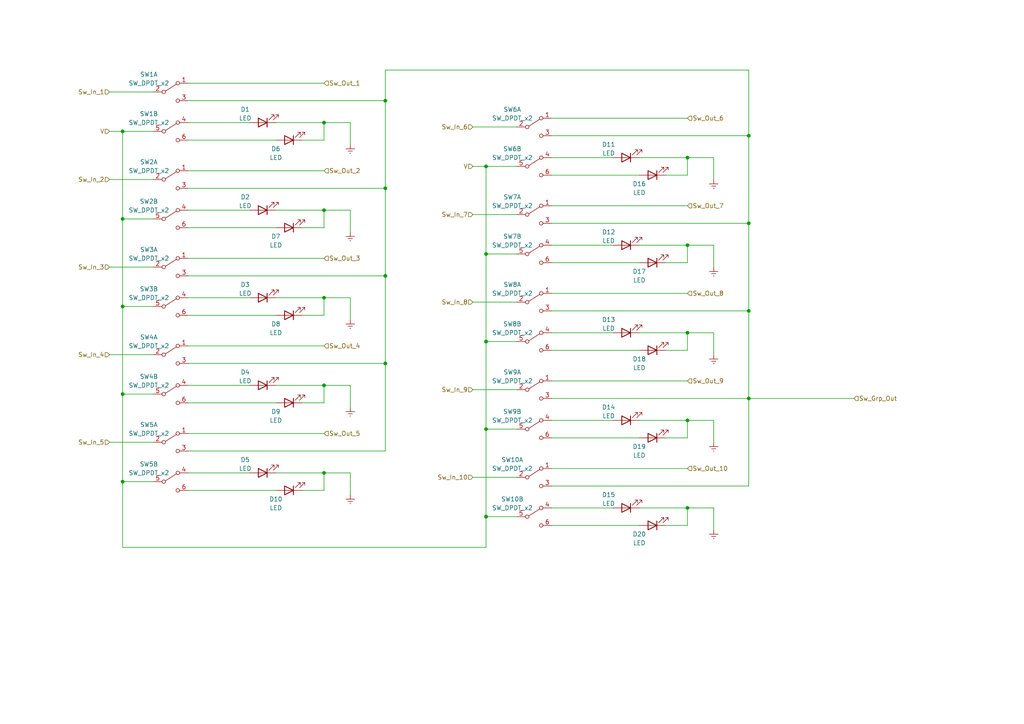
<source format=kicad_sch>
(kicad_sch (version 20211123) (generator eeschema)
  (paper "A4")
  (lib_symbols
    (symbol "Device:LED" (pin_numbers hide) (pin_names (offset 1.016) hide)
      (property "Reference" "D" (at 0 2.54 0))
      (property "Value" "LED" (at 0 -2.54 0))
      (symbol "LED_0_1"
        (polyline (pts (xy -1.27 -1.27) (xy -1.27 1.27)) (stroke (width 0.254)))
        (polyline (pts (xy -1.27 0) (xy 1.27 0)))
        (polyline (pts (xy 1.27 -1.27) (xy 1.27 1.27) (xy -1.27 0) (xy 1.27 -1.27)) (stroke (width 0.254)))
        (polyline (pts (xy -3.048 -0.762) (xy -4.572 -2.286) (xy -3.81 -2.286) (xy -4.572 -2.286) (xy -4.572 -1.524)))
        (polyline (pts (xy -1.778 -0.762) (xy -3.302 -2.286) (xy -2.54 -2.286) (xy -3.302 -2.286) (xy -3.302 -1.524)))
      )
      (symbol "LED_1_1"
        (pin passive line (at -3.81 0 0) (length 2.54) (name "K") (number "1"))
        (pin passive line (at 3.81 0 180) (length 2.54) (name "A") (number "2"))
      )
    )
    (symbol "Switch:SW_DPDT_x2" (pin_names (offset 0) hide)
      (property "Reference" "SW" (at 0 4.318 0))
      (property "Value" "SW_DPDT_x2" (at 0 -5.08 0))
      (symbol "SW_DPDT_x2_0_0"
        (circle (center -2.032 0) (radius 0.508))
        (circle (center 2.032 -2.54) (radius 0.508))
      )
      (symbol "SW_DPDT_x2_0_1"
        (polyline (pts (xy -1.524 0.254) (xy 1.651 2.286)))
        (circle (center 2.032 2.54) (radius 0.508))
      )
      (symbol "SW_DPDT_x2_1_1"
        (pin passive line (at 5.08 2.54 180) (length 2.54) (name "A") (number "1"))
        (pin passive line (at -5.08 0 0) (length 2.54) (name "B") (number "2"))
        (pin passive line (at 5.08 -2.54 180) (length 2.54) (name "C") (number "3"))
      )
      (symbol "SW_DPDT_x2_2_1"
        (pin passive line (at 5.08 2.54 180) (length 2.54) (name "A") (number "4"))
        (pin passive line (at -5.08 0 0) (length 2.54) (name "B") (number "5"))
        (pin passive line (at 5.08 -2.54 180) (length 2.54) (name "C") (number "6"))
      )
    )
    (symbol "power:Earth" (power) (pin_names (offset 0))
      (symbol "Earth_0_1"
        (polyline (pts (xy -0.635 -1.905) (xy 0.635 -1.905)))
        (polyline (pts (xy -0.127 -2.54) (xy 0.127 -2.54)))
        (polyline (pts (xy 0 -1.27) (xy 0 0)))
        (polyline (pts (xy 1.27 -1.27) (xy -1.27 -1.27)))
      )
      (symbol "Earth_1_1"
        (pin power_in line (at 0 0 270) (length 0) hide (name "Earth") (number "1"))
      )
    )
  )
  (junction (at 199.39 147.32))
  (junction (at 140.97 149.86))
  (junction (at 217.17 115.57))
  (junction (at 93.98 137.16))
  (junction (at 93.98 60.96))
  (junction (at 35.56 114.3))
  (junction (at 217.17 90.17))
  (junction (at 140.97 99.06))
  (junction (at 111.76 80.01))
  (junction (at 93.98 111.76))
  (junction (at 35.56 38.1))
  (junction (at 199.39 71.12))
  (junction (at 93.98 35.56))
  (junction (at 217.17 39.37))
  (junction (at 111.76 54.61))
  (junction (at 111.76 29.21))
  (junction (at 199.39 121.92))
  (junction (at 140.97 48.26))
  (junction (at 35.56 139.7))
  (junction (at 199.39 45.72))
  (junction (at 140.97 124.46))
  (junction (at 35.56 88.9))
  (junction (at 35.56 63.5))
  (junction (at 140.97 73.66))
  (junction (at 217.17 64.77))
  (junction (at 111.76 105.41))
  (junction (at 93.98 86.36))
  (junction (at 199.39 96.52))
  (wire (pts (xy 80.01 137.16) (xy 93.98 137.16)))
  (wire (pts (xy 31.75 128.27) (xy 44.45 128.27)))
  (wire (pts (xy 217.17 20.32) (xy 217.17 39.37)))
  (wire (pts (xy 93.98 86.36) (xy 93.98 91.44)))
  (wire (pts (xy 137.16 36.83) (xy 149.86 36.83)))
  (wire (pts (xy 160.02 59.69) (xy 199.39 59.69)))
  (wire (pts (xy 35.56 63.5) (xy 35.56 88.9)))
  (wire (pts (xy 160.02 71.12) (xy 177.8 71.12)))
  (wire (pts (xy 54.61 86.36) (xy 72.39 86.36)))
  (wire (pts (xy 111.76 54.61) (xy 111.76 80.01)))
  (wire (pts (xy 111.76 20.32) (xy 217.17 20.32)))
  (wire (pts (xy 199.39 76.2) (xy 193.04 76.2)))
  (wire (pts (xy 54.61 100.33) (xy 93.98 100.33)))
  (wire (pts (xy 160.02 152.4) (xy 185.42 152.4)))
  (wire (pts (xy 140.97 149.86) (xy 149.86 149.86)))
  (wire (pts (xy 54.61 91.44) (xy 80.01 91.44)))
  (wire (pts (xy 31.75 77.47) (xy 44.45 77.47)))
  (wire (pts (xy 207.01 147.32) (xy 207.01 153.67)))
  (wire (pts (xy 207.01 71.12) (xy 207.01 77.47)))
  (wire (pts (xy 160.02 147.32) (xy 177.8 147.32)))
  (wire (pts (xy 80.01 111.76) (xy 93.98 111.76)))
  (wire (pts (xy 54.61 40.64) (xy 80.01 40.64)))
  (wire (pts (xy 185.42 121.92) (xy 199.39 121.92)))
  (wire (pts (xy 199.39 50.8) (xy 193.04 50.8)))
  (wire (pts (xy 54.61 29.21) (xy 111.76 29.21)))
  (wire (pts (xy 199.39 96.52) (xy 199.39 101.6)))
  (wire (pts (xy 160.02 96.52) (xy 177.8 96.52)))
  (wire (pts (xy 101.6 111.76) (xy 101.6 118.11)))
  (wire (pts (xy 160.02 76.2) (xy 185.42 76.2)))
  (wire (pts (xy 140.97 48.26) (xy 149.86 48.26)))
  (wire (pts (xy 217.17 90.17) (xy 217.17 115.57)))
  (wire (pts (xy 54.61 125.73) (xy 93.98 125.73)))
  (wire (pts (xy 93.98 111.76) (xy 93.98 116.84)))
  (wire (pts (xy 31.75 52.07) (xy 44.45 52.07)))
  (wire (pts (xy 93.98 111.76) (xy 101.6 111.76)))
  (wire (pts (xy 31.75 38.1) (xy 35.56 38.1)))
  (wire (pts (xy 207.01 121.92) (xy 207.01 128.27)))
  (wire (pts (xy 199.39 45.72) (xy 207.01 45.72)))
  (wire (pts (xy 54.61 74.93) (xy 93.98 74.93)))
  (wire (pts (xy 199.39 45.72) (xy 199.39 50.8)))
  (wire (pts (xy 137.16 48.26) (xy 140.97 48.26)))
  (wire (pts (xy 101.6 137.16) (xy 101.6 143.51)))
  (wire (pts (xy 217.17 39.37) (xy 217.17 64.77)))
  (wire (pts (xy 160.02 39.37) (xy 217.17 39.37)))
  (wire (pts (xy 101.6 60.96) (xy 101.6 67.31)))
  (wire (pts (xy 160.02 101.6) (xy 185.42 101.6)))
  (wire (pts (xy 137.16 113.03) (xy 149.86 113.03)))
  (wire (pts (xy 35.56 88.9) (xy 35.56 114.3)))
  (wire (pts (xy 93.98 60.96) (xy 101.6 60.96)))
  (wire (pts (xy 199.39 96.52) (xy 207.01 96.52)))
  (wire (pts (xy 140.97 99.06) (xy 140.97 73.66)))
  (wire (pts (xy 160.02 85.09) (xy 199.39 85.09)))
  (wire (pts (xy 54.61 60.96) (xy 72.39 60.96)))
  (wire (pts (xy 217.17 115.57) (xy 217.17 140.97)))
  (wire (pts (xy 160.02 110.49) (xy 199.39 110.49)))
  (wire (pts (xy 137.16 87.63) (xy 149.86 87.63)))
  (wire (pts (xy 54.61 137.16) (xy 72.39 137.16)))
  (wire (pts (xy 199.39 101.6) (xy 193.04 101.6)))
  (wire (pts (xy 31.75 26.67) (xy 44.45 26.67)))
  (wire (pts (xy 54.61 80.01) (xy 111.76 80.01)))
  (wire (pts (xy 101.6 35.56) (xy 101.6 41.91)))
  (wire (pts (xy 199.39 71.12) (xy 199.39 76.2)))
  (wire (pts (xy 93.98 142.24) (xy 87.63 142.24)))
  (wire (pts (xy 111.76 20.32) (xy 111.76 29.21)))
  (wire (pts (xy 54.61 116.84) (xy 80.01 116.84)))
  (wire (pts (xy 54.61 130.81) (xy 111.76 130.81)))
  (wire (pts (xy 80.01 86.36) (xy 93.98 86.36)))
  (wire (pts (xy 54.61 142.24) (xy 80.01 142.24)))
  (wire (pts (xy 137.16 138.43) (xy 149.86 138.43)))
  (wire (pts (xy 93.98 35.56) (xy 93.98 40.64)))
  (wire (pts (xy 140.97 149.86) (xy 140.97 124.46)))
  (wire (pts (xy 93.98 116.84) (xy 87.63 116.84)))
  (wire (pts (xy 160.02 121.92) (xy 177.8 121.92)))
  (wire (pts (xy 160.02 127) (xy 185.42 127)))
  (wire (pts (xy 140.97 158.75) (xy 140.97 149.86)))
  (wire (pts (xy 140.97 73.66) (xy 140.97 48.26)))
  (wire (pts (xy 207.01 45.72) (xy 207.01 52.07)))
  (wire (pts (xy 111.76 105.41) (xy 111.76 130.81)))
  (wire (pts (xy 111.76 80.01) (xy 111.76 105.41)))
  (wire (pts (xy 54.61 111.76) (xy 72.39 111.76)))
  (wire (pts (xy 160.02 135.89) (xy 199.39 135.89)))
  (wire (pts (xy 207.01 96.52) (xy 207.01 102.87)))
  (wire (pts (xy 54.61 66.04) (xy 80.01 66.04)))
  (wire (pts (xy 199.39 152.4) (xy 193.04 152.4)))
  (wire (pts (xy 35.56 158.75) (xy 140.97 158.75)))
  (wire (pts (xy 93.98 35.56) (xy 101.6 35.56)))
  (wire (pts (xy 54.61 24.13) (xy 93.98 24.13)))
  (wire (pts (xy 80.01 60.96) (xy 93.98 60.96)))
  (wire (pts (xy 35.56 139.7) (xy 35.56 158.75)))
  (wire (pts (xy 31.75 102.87) (xy 44.45 102.87)))
  (wire (pts (xy 93.98 137.16) (xy 101.6 137.16)))
  (wire (pts (xy 160.02 64.77) (xy 217.17 64.77)))
  (wire (pts (xy 217.17 115.57) (xy 247.65 115.57)))
  (wire (pts (xy 160.02 115.57) (xy 217.17 115.57)))
  (wire (pts (xy 101.6 86.36) (xy 101.6 92.71)))
  (wire (pts (xy 35.56 38.1) (xy 44.45 38.1)))
  (wire (pts (xy 185.42 71.12) (xy 199.39 71.12)))
  (wire (pts (xy 54.61 54.61) (xy 111.76 54.61)))
  (wire (pts (xy 199.39 147.32) (xy 199.39 152.4)))
  (wire (pts (xy 93.98 60.96) (xy 93.98 66.04)))
  (wire (pts (xy 199.39 127) (xy 193.04 127)))
  (wire (pts (xy 35.56 114.3) (xy 35.56 139.7)))
  (wire (pts (xy 199.39 121.92) (xy 207.01 121.92)))
  (wire (pts (xy 35.56 38.1) (xy 35.56 63.5)))
  (wire (pts (xy 199.39 121.92) (xy 199.39 127)))
  (wire (pts (xy 160.02 90.17) (xy 217.17 90.17)))
  (wire (pts (xy 93.98 137.16) (xy 93.98 142.24)))
  (wire (pts (xy 35.56 63.5) (xy 44.45 63.5)))
  (wire (pts (xy 140.97 73.66) (xy 149.86 73.66)))
  (wire (pts (xy 185.42 45.72) (xy 199.39 45.72)))
  (wire (pts (xy 54.61 49.53) (xy 93.98 49.53)))
  (wire (pts (xy 140.97 99.06) (xy 149.86 99.06)))
  (wire (pts (xy 93.98 91.44) (xy 87.63 91.44)))
  (wire (pts (xy 217.17 64.77) (xy 217.17 90.17)))
  (wire (pts (xy 199.39 71.12) (xy 207.01 71.12)))
  (wire (pts (xy 111.76 29.21) (xy 111.76 54.61)))
  (wire (pts (xy 80.01 35.56) (xy 93.98 35.56)))
  (wire (pts (xy 160.02 50.8) (xy 185.42 50.8)))
  (wire (pts (xy 35.56 114.3) (xy 44.45 114.3)))
  (wire (pts (xy 160.02 34.29) (xy 199.39 34.29)))
  (wire (pts (xy 140.97 124.46) (xy 140.97 99.06)))
  (wire (pts (xy 140.97 124.46) (xy 149.86 124.46)))
  (wire (pts (xy 185.42 147.32) (xy 199.39 147.32)))
  (wire (pts (xy 54.61 105.41) (xy 111.76 105.41)))
  (wire (pts (xy 93.98 66.04) (xy 87.63 66.04)))
  (wire (pts (xy 160.02 140.97) (xy 217.17 140.97)))
  (wire (pts (xy 160.02 45.72) (xy 177.8 45.72)))
  (wire (pts (xy 93.98 40.64) (xy 87.63 40.64)))
  (wire (pts (xy 35.56 139.7) (xy 44.45 139.7)))
  (wire (pts (xy 35.56 88.9) (xy 44.45 88.9)))
  (wire (pts (xy 185.42 96.52) (xy 199.39 96.52)))
  (wire (pts (xy 93.98 86.36) (xy 101.6 86.36)))
  (wire (pts (xy 54.61 35.56) (xy 72.39 35.56)))
  (wire (pts (xy 199.39 147.32) (xy 207.01 147.32)))
  (wire (pts (xy 137.16 62.23) (xy 149.86 62.23)))
  (hierarchical_label "Sw_Out_2" (shape input) (at 93.98 49.53 0))
  (hierarchical_label "V" (shape input) (at 137.16 48.26 180))
  (hierarchical_label "Sw_Out_10" (shape input) (at 199.39 135.89 0))
  (hierarchical_label "Sw_In_2" (shape input) (at 31.75 52.07 180))
  (hierarchical_label "Sw_In_4" (shape input) (at 31.75 102.87 180))
  (hierarchical_label "Sw_In_5" (shape input) (at 31.75 128.27 180))
  (hierarchical_label "Sw_Out_7" (shape input) (at 199.39 59.69 0))
  (hierarchical_label "Sw_In_6" (shape input) (at 137.16 36.83 180))
  (hierarchical_label "Sw_Out_4" (shape input) (at 93.98 100.33 0))
  (hierarchical_label "Sw_Out_6" (shape input) (at 199.39 34.29 0))
  (hierarchical_label "Sw_Grp_Out" (shape input) (at 247.65 115.57 0))
  (hierarchical_label "Sw_Out_9" (shape input) (at 199.39 110.49 0))
  (hierarchical_label "Sw_In_1" (shape input) (at 31.75 26.67 180))
  (hierarchical_label "Sw_In_3" (shape input) (at 31.75 77.47 180))
  (hierarchical_label "V" (shape input) (at 31.75 38.1 180))
  (hierarchical_label "Sw_Out_8" (shape input) (at 199.39 85.09 0))
  (hierarchical_label "Sw_Out_3" (shape input) (at 93.98 74.93 0))
  (hierarchical_label "Sw_In_7" (shape input) (at 137.16 62.23 180))
  (hierarchical_label "Sw_In_8" (shape input) (at 137.16 87.63 180))
  (hierarchical_label "Sw_In_9" (shape input) (at 137.16 113.03 180))
  (hierarchical_label "Sw_Out_5" (shape input) (at 93.98 125.73 0))
  (hierarchical_label "Sw_In_10" (shape input) (at 137.16 138.43 180))
  (hierarchical_label "Sw_Out_1" (shape input) (at 93.98 24.13 0))
  (symbol (lib_id "Switch:SW_DPDT_x2") (at 154.94 48.26 0) (unit 2)
    (property "Reference" "SW6" (at 148.59 43.18 0))
    (property "Value" "SW_DPDT_x2" (at 148.59 45.72 0))
  )
  (symbol (lib_id "Switch:SW_DPDT_x2") (at 49.53 26.67 0) (unit 1)
    (property "Reference" "SW1" (at 43.18 21.59 0))
    (property "Value" "SW_DPDT_x2" (at 43.18 24.13 0))
  )
  (symbol (lib_id "Device:LED") (at 181.61 71.12 180) (unit 1)
    (property "Reference" "D12" (at 176.53 67.31 0))
    (property "Value" "LED" (at 176.53 69.85 0))
  )
  (symbol (lib_id "Switch:SW_DPDT_x2") (at 154.94 36.83 0) (unit 1)
    (property "Reference" "SW6" (at 148.59 31.75 0))
    (property "Value" "SW_DPDT_x2" (at 148.59 34.29 0))
  )
  (symbol (lib_id "Device:LED") (at 189.23 152.4 180) (unit 1)
    (property "Reference" "D20" (at 185.42 154.94 0))
    (property "Value" "LED" (at 185.42 157.48 0))
  )
  (symbol (lib_id "power:Earth") (at 101.6 41.91 0) (unit 1)
    (property "Reference" "#PWR01" (effects hide))
    (property "Value" "Earth" (effects hide))
  )
  (symbol (lib_id "Switch:SW_DPDT_x2") (at 154.94 113.03 0) (unit 1)
    (property "Reference" "SW9" (at 148.59 107.95 0))
    (property "Value" "SW_DPDT_x2" (at 148.59 110.49 0))
  )
  (symbol (lib_id "Device:LED") (at 189.23 127 180) (unit 1)
    (property "Reference" "D19" (at 185.42 129.54 0))
    (property "Value" "LED" (at 185.42 132.08 0))
  )
  (symbol (lib_id "Switch:SW_DPDT_x2") (at 49.53 77.47 0) (unit 1)
    (property "Reference" "SW3" (at 43.18 72.39 0))
    (property "Value" "SW_DPDT_x2" (at 43.18 74.93 0))
  )
  (symbol (lib_id "Device:LED") (at 83.82 116.84 180) (unit 1)
    (property "Reference" "D9" (at 80.01 119.38 0))
    (property "Value" "LED" (at 80.01 121.92 0))
  )
  (symbol (lib_id "Device:LED") (at 76.2 137.16 180) (unit 1)
    (property "Reference" "D5" (at 71.12 133.35 0))
    (property "Value" "LED" (at 71.12 135.89 0))
  )
  (symbol (lib_id "Switch:SW_DPDT_x2") (at 154.94 87.63 0) (unit 1)
    (property "Reference" "SW8" (at 148.59 82.55 0))
    (property "Value" "SW_DPDT_x2" (at 148.59 85.09 0))
  )
  (symbol (lib_id "Device:LED") (at 181.61 147.32 180) (unit 1)
    (property "Reference" "D15" (at 176.53 143.51 0))
    (property "Value" "LED" (at 176.53 146.05 0))
  )
  (symbol (lib_id "Device:LED") (at 76.2 86.36 180) (unit 1)
    (property "Reference" "D3" (at 71.12 82.55 0))
    (property "Value" "LED" (at 71.12 85.09 0))
  )
  (symbol (lib_id "Device:LED") (at 189.23 101.6 180) (unit 1)
    (property "Reference" "D18" (at 185.42 104.14 0))
    (property "Value" "LED" (at 185.42 106.68 0))
  )
  (symbol (lib_id "Device:LED") (at 181.61 45.72 180) (unit 1)
    (property "Reference" "D11" (at 176.53 41.91 0))
    (property "Value" "LED" (at 176.53 44.45 0))
  )
  (symbol (lib_id "Switch:SW_DPDT_x2") (at 49.53 128.27 0) (unit 1)
    (property "Reference" "SW5" (at 43.18 123.19 0))
    (property "Value" "SW_DPDT_x2" (at 43.18 125.73 0))
  )
  (symbol (lib_id "Switch:SW_DPDT_x2") (at 49.53 52.07 0) (unit 1)
    (property "Reference" "SW2" (at 43.18 46.99 0))
    (property "Value" "SW_DPDT_x2" (at 43.18 49.53 0))
  )
  (symbol (lib_id "Switch:SW_DPDT_x2") (at 154.94 149.86 0) (unit 2)
    (property "Reference" "SW10" (at 148.59 144.78 0))
    (property "Value" "SW_DPDT_x2" (at 148.59 147.32 0))
  )
  (symbol (lib_id "Switch:SW_DPDT_x2") (at 49.53 38.1 0) (unit 2)
    (property "Reference" "SW1" (at 43.18 33.02 0))
    (property "Value" "SW_DPDT_x2" (at 43.18 35.56 0))
  )
  (symbol (lib_id "power:Earth") (at 207.01 128.27 0) (unit 1)
    (property "Reference" "#PWR09" (effects hide))
    (property "Value" "Earth" (effects hide))
  )
  (symbol (lib_id "Switch:SW_DPDT_x2") (at 154.94 124.46 0) (unit 2)
    (property "Reference" "SW9" (at 148.59 119.38 0))
    (property "Value" "SW_DPDT_x2" (at 148.59 121.92 0))
  )
  (symbol (lib_id "Device:LED") (at 76.2 111.76 180) (unit 1)
    (property "Reference" "D4" (at 71.12 107.95 0))
    (property "Value" "LED" (at 71.12 110.49 0))
  )
  (symbol (lib_id "Device:LED") (at 76.2 35.56 180) (unit 1)
    (property "Reference" "D1" (at 71.12 31.75 0))
    (property "Value" "LED" (at 71.12 34.29 0))
  )
  (symbol (lib_id "Device:LED") (at 83.82 91.44 180) (unit 1)
    (property "Reference" "D8" (at 80.01 93.98 0))
    (property "Value" "LED" (at 80.01 96.52 0))
  )
  (symbol (lib_id "power:Earth") (at 101.6 67.31 0) (unit 1)
    (property "Reference" "#PWR02" (effects hide))
    (property "Value" "Earth" (effects hide))
  )
  (symbol (lib_id "Switch:SW_DPDT_x2") (at 49.53 139.7 0) (unit 2)
    (property "Reference" "SW5" (at 43.18 134.62 0))
    (property "Value" "SW_DPDT_x2" (at 43.18 137.16 0))
  )
  (symbol (lib_id "Device:LED") (at 189.23 76.2 180) (unit 1)
    (property "Reference" "D17" (at 185.42 78.74 0))
    (property "Value" "LED" (at 185.42 81.28 0))
  )
  (symbol (lib_id "power:Earth") (at 101.6 143.51 0) (unit 1)
    (property "Reference" "#PWR05" (effects hide))
    (property "Value" "Earth" (effects hide))
  )
  (symbol (lib_id "power:Earth") (at 207.01 77.47 0) (unit 1)
    (property "Reference" "#PWR07" (effects hide))
    (property "Value" "Earth" (effects hide))
  )
  (symbol (lib_id "Switch:SW_DPDT_x2") (at 154.94 73.66 0) (unit 2)
    (property "Reference" "SW7" (at 148.59 68.58 0))
    (property "Value" "SW_DPDT_x2" (at 148.59 71.12 0))
  )
  (symbol (lib_id "Switch:SW_DPDT_x2") (at 49.53 63.5 0) (unit 2)
    (property "Reference" "SW2" (at 43.18 58.42 0))
    (property "Value" "SW_DPDT_x2" (at 43.18 60.96 0))
  )
  (symbol (lib_id "Device:LED") (at 83.82 66.04 180) (unit 1)
    (property "Reference" "D7" (at 80.01 68.58 0))
    (property "Value" "LED" (at 80.01 71.12 0))
  )
  (symbol (lib_id "Switch:SW_DPDT_x2") (at 49.53 114.3 0) (unit 2)
    (property "Reference" "SW4" (at 43.18 109.22 0))
    (property "Value" "SW_DPDT_x2" (at 43.18 111.76 0))
  )
  (symbol (lib_id "Switch:SW_DPDT_x2") (at 154.94 62.23 0) (unit 1)
    (property "Reference" "SW7" (at 148.59 57.15 0))
    (property "Value" "SW_DPDT_x2" (at 148.59 59.69 0))
  )
  (symbol (lib_id "Device:LED") (at 181.61 96.52 180) (unit 1)
    (property "Reference" "D13" (at 176.53 92.71 0))
    (property "Value" "LED" (at 176.53 95.25 0))
  )
  (symbol (lib_id "Switch:SW_DPDT_x2") (at 49.53 102.87 0) (unit 1)
    (property "Reference" "SW4" (at 43.18 97.79 0))
    (property "Value" "SW_DPDT_x2" (at 43.18 100.33 0))
  )
  (symbol (lib_id "power:Earth") (at 101.6 118.11 0) (unit 1)
    (property "Reference" "#PWR04" (effects hide))
    (property "Value" "Earth" (effects hide))
  )
  (symbol (lib_id "Switch:SW_DPDT_x2") (at 154.94 99.06 0) (unit 2)
    (property "Reference" "SW8" (at 148.59 93.98 0))
    (property "Value" "SW_DPDT_x2" (at 148.59 96.52 0))
  )
  (symbol (lib_id "power:Earth") (at 207.01 52.07 0) (unit 1)
    (property "Reference" "#PWR06" (effects hide))
    (property "Value" "Earth" (effects hide))
  )
  (symbol (lib_id "Device:LED") (at 83.82 40.64 180) (unit 1)
    (property "Reference" "D6" (at 80.01 43.18 0))
    (property "Value" "LED" (at 80.01 45.72 0))
  )
  (symbol (lib_id "Device:LED") (at 181.61 121.92 180) (unit 1)
    (property "Reference" "D14" (at 176.53 118.11 0))
    (property "Value" "LED" (at 176.53 120.65 0))
  )
  (symbol (lib_id "Device:LED") (at 76.2 60.96 180) (unit 1)
    (property "Reference" "D2" (at 71.12 57.15 0))
    (property "Value" "LED" (at 71.12 59.69 0))
  )
  (symbol (lib_id "Switch:SW_DPDT_x2") (at 49.53 88.9 0) (unit 2)
    (property "Reference" "SW3" (at 43.18 83.82 0))
    (property "Value" "SW_DPDT_x2" (at 43.18 86.36 0))
  )
  (symbol (lib_id "Device:LED") (at 189.23 50.8 180) (unit 1)
    (property "Reference" "D16" (at 185.42 53.34 0))
    (property "Value" "LED" (at 185.42 55.88 0))
  )
  (symbol (lib_id "power:Earth") (at 207.01 102.87 0) (unit 1)
    (property "Reference" "#PWR08" (effects hide))
    (property "Value" "Earth" (effects hide))
  )
  (symbol (lib_id "power:Earth") (at 207.01 153.67 0) (unit 1)
    (property "Reference" "#PWR010" (effects hide))
    (property "Value" "Earth" (effects hide))
  )
  (symbol (lib_id "power:Earth") (at 101.6 92.71 0) (unit 1)
    (property "Reference" "#PWR03" (effects hide))
    (property "Value" "Earth" (effects hide))
  )
  (symbol (lib_id "Switch:SW_DPDT_x2") (at 154.94 138.43 0) (unit 1)
    (property "Reference" "SW10" (at 148.59 133.35 0))
    (property "Value" "SW_DPDT_x2" (at 148.59 135.89 0))
  )
  (symbol (lib_id "Device:LED") (at 83.82 142.24 180) (unit 1)
    (property "Reference" "D10" (at 80.01 144.78 0))
    (property "Value" "LED" (at 80.01 147.32 0))
  )
)
</source>
